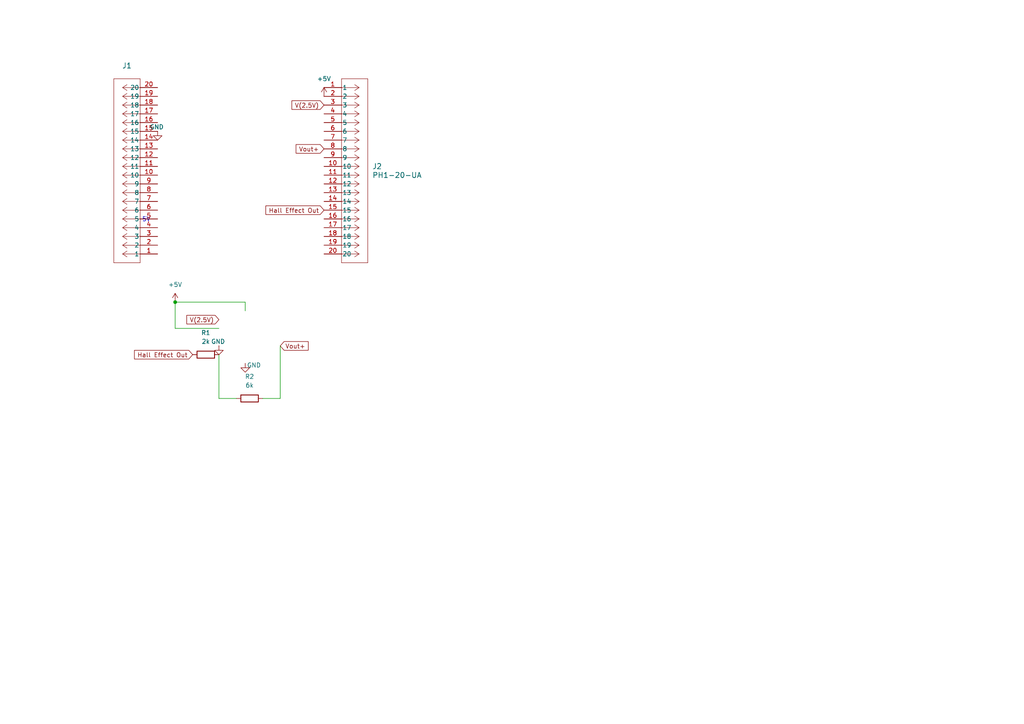
<source format=kicad_sch>
(kicad_sch (version 20250114) (generator "eeschema") (generator_version "9.0")
  (paper "A4")
  (lib_symbols
    (symbol "20 pins:PH1-20-UA" (pin_names (offset 0.254))
      (property "Reference" "J" (at 8.89 6.35 0))
      (property "Value" "PH1-20-UA" (at 0 0 0))
      (symbol "PH1-20-UA_1_1"
        (polyline (pts (xy 5.08 2.54) (xy 5.08 -50.8)) (stroke (width 0.127)))
        (polyline (pts (xy 5.08 -50.8) (xy 12.7 -50.8)) (stroke (width 0.127)))
        (polyline (pts (xy 10.16 0) (xy 5.08 0)) (stroke (width 0.127)))
        (polyline (pts (xy 10.16 0) (xy 8.89 0.8467)) (stroke (width 0.127)))
        (polyline (pts (xy 10.16 0) (xy 8.89 -0.8467)) (stroke (width 0.127)))
        (polyline (pts (xy 10.16 -2.54) (xy 5.08 -2.54)) (stroke (width 0.127)))
        (polyline (pts (xy 10.16 -2.54) (xy 8.89 -1.6933)) (stroke (width 0.127)))
        (polyline (pts (xy 10.16 -2.54) (xy 8.89 -3.3867)) (stroke (width 0.127)))
        (polyline (pts (xy 10.16 -5.08) (xy 5.08 -5.08)) (stroke (width 0.127)))
        (polyline (pts (xy 10.16 -5.08) (xy 8.89 -4.2333)) (stroke (width 0.127)))
        (polyline (pts (xy 10.16 -5.08) (xy 8.89 -5.9267)) (stroke (width 0.127)))
        (polyline (pts (xy 10.16 -7.62) (xy 5.08 -7.62)) (stroke (width 0.127)))
        (polyline (pts (xy 10.16 -7.62) (xy 8.89 -6.7733)) (stroke (width 0.127)))
        (polyline (pts (xy 10.16 -7.62) (xy 8.89 -8.4667)) (stroke (width 0.127)))
        (polyline (pts (xy 10.16 -10.16) (xy 5.08 -10.16)) (stroke (width 0.127)))
        (polyline (pts (xy 10.16 -10.16) (xy 8.89 -9.3133)) (stroke (width 0.127)))
        (polyline (pts (xy 10.16 -10.16) (xy 8.89 -11.0067)) (stroke (width 0.127)))
        (polyline (pts (xy 10.16 -12.7) (xy 5.08 -12.7)) (stroke (width 0.127)))
        (polyline (pts (xy 10.16 -12.7) (xy 8.89 -11.8533)) (stroke (width 0.127)))
        (polyline (pts (xy 10.16 -12.7) (xy 8.89 -13.5467)) (stroke (width 0.127)))
        (polyline (pts (xy 10.16 -15.24) (xy 5.08 -15.24)) (stroke (width 0.127)))
        (polyline (pts (xy 10.16 -15.24) (xy 8.89 -14.3933)) (stroke (width 0.127)))
        (polyline (pts (xy 10.16 -15.24) (xy 8.89 -16.0867)) (stroke (width 0.127)))
        (polyline (pts (xy 10.16 -17.78) (xy 5.08 -17.78)) (stroke (width 0.127)))
        (polyline (pts (xy 10.16 -17.78) (xy 8.89 -16.9333)) (stroke (width 0.127)))
        (polyline (pts (xy 10.16 -17.78) (xy 8.89 -18.6267)) (stroke (width 0.127)))
        (polyline (pts (xy 10.16 -20.32) (xy 5.08 -20.32)) (stroke (width 0.127)))
        (polyline (pts (xy 10.16 -20.32) (xy 8.89 -19.4733)) (stroke (width 0.127)))
        (polyline (pts (xy 10.16 -20.32) (xy 8.89 -21.1667)) (stroke (width 0.127)))
        (polyline (pts (xy 10.16 -22.86) (xy 5.08 -22.86)) (stroke (width 0.127)))
        (polyline (pts (xy 10.16 -22.86) (xy 8.89 -22.0133)) (stroke (width 0.127)))
        (polyline (pts (xy 10.16 -22.86) (xy 8.89 -23.7067)) (stroke (width 0.127)))
        (polyline (pts (xy 10.16 -25.4) (xy 5.08 -25.4)) (stroke (width 0.127)))
        (polyline (pts (xy 10.16 -25.4) (xy 8.89 -24.5533)) (stroke (width 0.127)))
        (polyline (pts (xy 10.16 -25.4) (xy 8.89 -26.2467)) (stroke (width 0.127)))
        (polyline (pts (xy 10.16 -27.94) (xy 5.08 -27.94)) (stroke (width 0.127)))
        (polyline (pts (xy 10.16 -27.94) (xy 8.89 -27.0933)) (stroke (width 0.127)))
        (polyline (pts (xy 10.16 -27.94) (xy 8.89 -28.7867)) (stroke (width 0.127)))
        (polyline (pts (xy 10.16 -30.48) (xy 5.08 -30.48)) (stroke (width 0.127)))
        (polyline (pts (xy 10.16 -30.48) (xy 8.89 -29.6333)) (stroke (width 0.127)))
        (polyline (pts (xy 10.16 -30.48) (xy 8.89 -31.3267)) (stroke (width 0.127)))
        (polyline (pts (xy 10.16 -33.02) (xy 5.08 -33.02)) (stroke (width 0.127)))
        (polyline (pts (xy 10.16 -33.02) (xy 8.89 -32.1733)) (stroke (width 0.127)))
        (polyline (pts (xy 10.16 -33.02) (xy 8.89 -33.8667)) (stroke (width 0.127)))
        (polyline (pts (xy 10.16 -35.56) (xy 5.08 -35.56)) (stroke (width 0.127)))
        (polyline (pts (xy 10.16 -35.56) (xy 8.89 -34.7133)) (stroke (width 0.127)))
        (polyline (pts (xy 10.16 -35.56) (xy 8.89 -36.4067)) (stroke (width 0.127)))
        (polyline (pts (xy 10.16 -38.1) (xy 5.08 -38.1)) (stroke (width 0.127)))
        (polyline (pts (xy 10.16 -38.1) (xy 8.89 -37.2533)) (stroke (width 0.127)))
        (polyline (pts (xy 10.16 -38.1) (xy 8.89 -38.9467)) (stroke (width 0.127)))
        (polyline (pts (xy 10.16 -40.64) (xy 5.08 -40.64)) (stroke (width 0.127)))
        (polyline (pts (xy 10.16 -40.64) (xy 8.89 -39.7933)) (stroke (width 0.127)))
        (polyline (pts (xy 10.16 -40.64) (xy 8.89 -41.4867)) (stroke (width 0.127)))
        (polyline (pts (xy 10.16 -43.18) (xy 5.08 -43.18)) (stroke (width 0.127)))
        (polyline (pts (xy 10.16 -43.18) (xy 8.89 -42.3333)) (stroke (width 0.127)))
        (polyline (pts (xy 10.16 -43.18) (xy 8.89 -44.0267)) (stroke (width 0.127)))
        (polyline (pts (xy 10.16 -45.72) (xy 5.08 -45.72)) (stroke (width 0.127)))
        (polyline (pts (xy 10.16 -45.72) (xy 8.89 -44.8733)) (stroke (width 0.127)))
        (polyline (pts (xy 10.16 -45.72) (xy 8.89 -46.5667)) (stroke (width 0.127)))
        (polyline (pts (xy 10.16 -48.26) (xy 5.08 -48.26)) (stroke (width 0.127)))
        (polyline (pts (xy 10.16 -48.26) (xy 8.89 -47.4133)) (stroke (width 0.127)))
        (polyline (pts (xy 10.16 -48.26) (xy 8.89 -49.1067)) (stroke (width 0.127)))
        (polyline (pts (xy 12.7 2.54) (xy 5.08 2.54)) (stroke (width 0.127)))
        (polyline (pts (xy 12.7 -50.8) (xy 12.7 2.54)) (stroke (width 0.127)))
        (pin unspecified line (at 0 0 0) (length 5.08) (name "1") (number "1"))
        (pin unspecified line (at 0 -2.54 0) (length 5.08) (name "2") (number "2"))
        (pin unspecified line (at 0 -5.08 0) (length 5.08) (name "3") (number "3"))
        (pin unspecified line (at 0 -7.62 0) (length 5.08) (name "4") (number "4"))
        (pin unspecified line (at 0 -10.16 0) (length 5.08) (name "5") (number "5"))
        (pin unspecified line (at 0 -12.7 0) (length 5.08) (name "6") (number "6"))
        (pin unspecified line (at 0 -15.24 0) (length 5.08) (name "7") (number "7"))
        (pin unspecified line (at 0 -17.78 0) (length 5.08) (name "8") (number "8"))
        (pin unspecified line (at 0 -20.32 0) (length 5.08) (name "9") (number "9"))
        (pin unspecified line (at 0 -22.86 0) (length 5.08) (name "10") (number "10"))
        (pin unspecified line (at 0 -25.4 0) (length 5.08) (name "11") (number "11"))
        (pin unspecified line (at 0 -27.94 0) (length 5.08) (name "12") (number "12"))
        (pin unspecified line (at 0 -30.48 0) (length 5.08) (name "13") (number "13"))
        (pin unspecified line (at 0 -33.02 0) (length 5.08) (name "14") (number "14"))
        (pin unspecified line (at 0 -35.56 0) (length 5.08) (name "15") (number "15"))
        (pin unspecified line (at 0 -38.1 0) (length 5.08) (name "16") (number "16"))
        (pin unspecified line (at 0 -40.64 0) (length 5.08) (name "17") (number "17"))
        (pin unspecified line (at 0 -43.18 0) (length 5.08) (name "18") (number "18"))
        (pin unspecified line (at 0 -45.72 0) (length 5.08) (name "19") (number "19"))
        (pin unspecified line (at 0 -48.26 0) (length 5.08) (name "20") (number "20"))
      )
      (symbol "PH1-20-UA_1_2"
        (polyline (pts (xy 5.08 2.54) (xy 5.08 -50.8)) (stroke (width 0.127)))
        (polyline (pts (xy 5.08 -50.8) (xy 12.7 -50.8)) (stroke (width 0.127)))
        (polyline (pts (xy 7.62 0) (xy 5.08 0)) (stroke (width 0.127)))
        (polyline (pts (xy 7.62 0) (xy 8.89 0.8467)) (stroke (width 0.127)))
        (polyline (pts (xy 7.62 0) (xy 8.89 -0.8467)) (stroke (width 0.127)))
        (polyline (pts (xy 7.62 -2.54) (xy 5.08 -2.54)) (stroke (width 0.127)))
        (polyline (pts (xy 7.62 -2.54) (xy 8.89 -1.6933)) (stroke (width 0.127)))
        (polyline (pts (xy 7.62 -2.54) (xy 8.89 -3.3867)) (stroke (width 0.127)))
        (polyline (pts (xy 7.62 -5.08) (xy 5.08 -5.08)) (stroke (width 0.127)))
        (polyline (pts (xy 7.62 -5.08) (xy 8.89 -4.2333)) (stroke (width 0.127)))
        (polyline (pts (xy 7.62 -5.08) (xy 8.89 -5.9267)) (stroke (width 0.127)))
        (polyline (pts (xy 7.62 -7.62) (xy 5.08 -7.62)) (stroke (width 0.127)))
        (polyline (pts (xy 7.62 -7.62) (xy 8.89 -6.7733)) (stroke (width 0.127)))
        (polyline (pts (xy 7.62 -7.62) (xy 8.89 -8.4667)) (stroke (width 0.127)))
        (polyline (pts (xy 7.62 -10.16) (xy 5.08 -10.16)) (stroke (width 0.127)))
        (polyline (pts (xy 7.62 -10.16) (xy 8.89 -9.3133)) (stroke (width 0.127)))
        (polyline (pts (xy 7.62 -10.16) (xy 8.89 -11.0067)) (stroke (width 0.127)))
        (polyline (pts (xy 7.62 -12.7) (xy 5.08 -12.7)) (stroke (width 0.127)))
        (polyline (pts (xy 7.62 -12.7) (xy 8.89 -11.8533)) (stroke (width 0.127)))
        (polyline (pts (xy 7.62 -12.7) (xy 8.89 -13.5467)) (stroke (width 0.127)))
        (polyline (pts (xy 7.62 -15.24) (xy 5.08 -15.24)) (stroke (width 0.127)))
        (polyline (pts (xy 7.62 -15.24) (xy 8.89 -14.3933)) (stroke (width 0.127)))
        (polyline (pts (xy 7.62 -15.24) (xy 8.89 -16.0867)) (stroke (width 0.127)))
        (polyline (pts (xy 7.62 -17.78) (xy 5.08 -17.78)) (stroke (width 0.127)))
        (polyline (pts (xy 7.62 -17.78) (xy 8.89 -16.9333)) (stroke (width 0.127)))
        (polyline (pts (xy 7.62 -17.78) (xy 8.89 -18.6267)) (stroke (width 0.127)))
        (polyline (pts (xy 7.62 -20.32) (xy 5.08 -20.32)) (stroke (width 0.127)))
        (polyline (pts (xy 7.62 -20.32) (xy 8.89 -19.4733)) (stroke (width 0.127)))
        (polyline (pts (xy 7.62 -20.32) (xy 8.89 -21.1667)) (stroke (width 0.127)))
        (polyline (pts (xy 7.62 -22.86) (xy 5.08 -22.86)) (stroke (width 0.127)))
        (polyline (pts (xy 7.62 -22.86) (xy 8.89 -22.0133)) (stroke (width 0.127)))
        (polyline (pts (xy 7.62 -22.86) (xy 8.89 -23.7067)) (stroke (width 0.127)))
        (polyline (pts (xy 7.62 -25.4) (xy 5.08 -25.4)) (stroke (width 0.127)))
        (polyline (pts (xy 7.62 -25.4) (xy 8.89 -24.5533)) (stroke (width 0.127)))
        (polyline (pts (xy 7.62 -25.4) (xy 8.89 -26.2467)) (stroke (width 0.127)))
        (polyline (pts (xy 7.62 -27.94) (xy 5.08 -27.94)) (stroke (width 0.127)))
        (polyline (pts (xy 7.62 -27.94) (xy 8.89 -27.0933)) (stroke (width 0.127)))
        (polyline (pts (xy 7.62 -27.94) (xy 8.89 -28.7867)) (stroke (width 0.127)))
        (polyline (pts (xy 7.62 -30.48) (xy 5.08 -30.48)) (stroke (width 0.127)))
        (polyline (pts (xy 7.62 -30.48) (xy 8.89 -29.6333)) (stroke (width 0.127)))
        (polyline (pts (xy 7.62 -30.48) (xy 8.89 -31.3267)) (stroke (width 0.127)))
        (polyline (pts (xy 7.62 -33.02) (xy 5.08 -33.02)) (stroke (width 0.127)))
        (polyline (pts (xy 7.62 -33.02) (xy 8.89 -32.1733)) (stroke (width 0.127)))
        (polyline (pts (xy 7.62 -33.02) (xy 8.89 -33.8667)) (stroke (width 0.127)))
        (polyline (pts (xy 7.62 -35.56) (xy 5.08 -35.56)) (stroke (width 0.127)))
        (polyline (pts (xy 7.62 -35.56) (xy 8.89 -34.7133)) (stroke (width 0.127)))
        (polyline (pts (xy 7.62 -35.56) (xy 8.89 -36.4067)) (stroke (width 0.127)))
        (polyline (pts (xy 7.62 -38.1) (xy 5.08 -38.1)) (stroke (width 0.127)))
        (polyline (pts (xy 7.62 -38.1) (xy 8.89 -37.2533)) (stroke (width 0.127)))
        (polyline (pts (xy 7.62 -38.1) (xy 8.89 -38.9467)) (stroke (width 0.127)))
        (polyline (pts (xy 7.62 -40.64) (xy 5.08 -40.64)) (stroke (width 0.127)))
        (polyline (pts (xy 7.62 -40.64) (xy 8.89 -39.7933)) (stroke (width 0.127)))
        (polyline (pts (xy 7.62 -40.64) (xy 8.89 -41.4867)) (stroke (width 0.127)))
        (polyline (pts (xy 7.62 -43.18) (xy 5.08 -43.18)) (stroke (width 0.127)))
        (polyline (pts (xy 7.62 -43.18) (xy 8.89 -42.3333)) (stroke (width 0.127)))
        (polyline (pts (xy 7.62 -43.18) (xy 8.89 -44.0267)) (stroke (width 0.127)))
        (polyline (pts (xy 7.62 -45.72) (xy 5.08 -45.72)) (stroke (width 0.127)))
        (polyline (pts (xy 7.62 -45.72) (xy 8.89 -44.8733)) (stroke (width 0.127)))
        (polyline (pts (xy 7.62 -45.72) (xy 8.89 -46.5667)) (stroke (width 0.127)))
        (polyline (pts (xy 7.62 -48.26) (xy 5.08 -48.26)) (stroke (width 0.127)))
        (polyline (pts (xy 7.62 -48.26) (xy 8.89 -47.4133)) (stroke (width 0.127)))
        (polyline (pts (xy 7.62 -48.26) (xy 8.89 -49.1067)) (stroke (width 0.127)))
        (polyline (pts (xy 12.7 2.54) (xy 5.08 2.54)) (stroke (width 0.127)))
        (polyline (pts (xy 12.7 -50.8) (xy 12.7 2.54)) (stroke (width 0.127)))
        (pin unspecified line (at 0 0 0) (length 5.08) (name "1") (number "1"))
        (pin unspecified line (at 0 -2.54 0) (length 5.08) (name "2") (number "2"))
        (pin unspecified line (at 0 -5.08 0) (length 5.08) (name "3") (number "3"))
        (pin unspecified line (at 0 -7.62 0) (length 5.08) (name "4") (number "4"))
        (pin unspecified line (at 0 -10.16 0) (length 5.08) (name "5") (number "5"))
        (pin unspecified line (at 0 -12.7 0) (length 5.08) (name "6") (number "6"))
        (pin unspecified line (at 0 -15.24 0) (length 5.08) (name "7") (number "7"))
        (pin unspecified line (at 0 -17.78 0) (length 5.08) (name "8") (number "8"))
        (pin unspecified line (at 0 -20.32 0) (length 5.08) (name "9") (number "9"))
        (pin unspecified line (at 0 -22.86 0) (length 5.08) (name "10") (number "10"))
        (pin unspecified line (at 0 -25.4 0) (length 5.08) (name "11") (number "11"))
        (pin unspecified line (at 0 -27.94 0) (length 5.08) (name "12") (number "12"))
        (pin unspecified line (at 0 -30.48 0) (length 5.08) (name "13") (number "13"))
        (pin unspecified line (at 0 -33.02 0) (length 5.08) (name "14") (number "14"))
        (pin unspecified line (at 0 -35.56 0) (length 5.08) (name "15") (number "15"))
        (pin unspecified line (at 0 -38.1 0) (length 5.08) (name "16") (number "16"))
        (pin unspecified line (at 0 -40.64 0) (length 5.08) (name "17") (number "17"))
        (pin unspecified line (at 0 -43.18 0) (length 5.08) (name "18") (number "18"))
        (pin unspecified line (at 0 -45.72 0) (length 5.08) (name "19") (number "19"))
        (pin unspecified line (at 0 -48.26 0) (length 5.08) (name "20") (number "20"))
      )
    )
    (symbol "Device:R" (pin_numbers (hide yes)) (pin_names (offset 0))
      (property "Reference" "R" (at 2.032 0 90))
      (property "Value" "R" (at 0 0 90))
      (symbol "R_0_1"
        (rectangle (start -1.016 -2.54) (end 1.016 2.54) (stroke (width 0.254)))
      )
      (symbol "R_1_1"
        (pin passive line (at 0 3.81 270) (length 1.27) (name "~") (number "1"))
        (pin passive line (at 0 -3.81 90) (length 1.27) (name "~") (number "2"))
      )
    )
    (symbol "power:+5V" (power) (pin_numbers (hide yes)) (pin_names (offset 0) (hide yes))
      (property "Value" "+5V" (at 0 3.556 0))
      (symbol "+5V_0_1"
        (polyline (pts (xy -0.762 1.27) (xy 0 2.54)))
        (polyline (pts (xy 0 2.54) (xy 0.762 1.27)))
        (polyline (pts (xy 0 0) (xy 0 2.54)))
      )
      (symbol "+5V_1_1"
        (pin power_in line (at 0 0 90) (length 0) (name "~") (number "1"))
      )
    )
    (symbol "power:GND" (power) (pin_numbers (hide yes)) (pin_names (offset 0) (hide yes))
      (property "Value" "GND" (at 0 -3.81 0))
      (symbol "GND_0_1"
        (polyline (pts (xy 0 0) (xy 0 -1.27) (xy 1.27 -1.27) (xy 0 -2.54) (xy -1.27 -1.27) (xy 0 -1.27)))
      )
      (symbol "GND_1_1"
        (pin power_in line (at 0 0 270) (length 0) (name "~") (number "1"))
      )
    )
  )
  (text "5V" (at 42.418 63.754 0) (effects (font (size 1.27 1.27))))
  (junction (at 50.8 87.63))
  (wire (pts (xy 63.5 115.57) (xy 63.5 102.87)))
  (wire (pts (xy 71.12 90.17) (xy 71.12 87.63)))
  (wire (pts (xy 81.28 100.33) (xy 81.28 115.57)))
  (wire (pts (xy 50.8 87.63) (xy 50.8 95.25)))
  (wire (pts (xy 71.12 87.63) (xy 50.8 87.63)))
  (wire (pts (xy 50.8 95.25) (xy 63.5 95.25)))
  (wire (pts (xy 81.28 115.57) (xy 76.2 115.57)))
  (wire (pts (xy 68.58 115.57) (xy 63.5 115.57)))
  (global_label "V(2.5V)" (shape input) (at 93.98 30.48 180) (property "Intersheetrefs" "${INTERSHEET_REFS}" (effects (hide yes))))
  (global_label "Hall Effect Out" (shape input) (at 93.98 60.96 180) (property "Intersheetrefs" "${INTERSHEET_REFS}" (effects (hide yes))))
  (global_label "Vout+" (shape input) (at 93.98 43.18 180) (property "Intersheetrefs" "${INTERSHEET_REFS}" (effects (hide yes))))
  (global_label "Vout+" (shape input) (at 81.28 100.33 0) (property "Intersheetrefs" "${INTERSHEET_REFS}" (effects (hide yes))))
  (global_label "Hall Effect Out" (shape input) (at 55.88 102.87 180) (property "Intersheetrefs" "${INTERSHEET_REFS}" (effects (hide yes))))
  (global_label "V(2.5V)" (shape input) (at 63.5 92.71 180) (property "Intersheetrefs" "${INTERSHEET_REFS}" (effects (hide yes))))
  (symbol (lib_id "20 pins:PH1-20-UA") (at 45.72 73.66 180) (unit 1)
    (property "Reference" "J1" (at 36.83 19.05 0) (effects (font (size 1.524 1.524))))
    (property "Value" "PH1-20-UA" (effects (hide yes)))
    (property "Footprint" "Connector_PinHeader_2.54mm:PinHeader_1x20_P2.54mm_Vertical" (effects (hide yes)))
    (property "Datasheet" "https://app.adam-tech.com/products/download/data_sheet/201605/ph1-xx-ua-data-sheet.pdf" (effects (hide yes)))
  )
  (symbol (lib_id "power:+5V") (at 50.8 87.63 0) (unit 1)
    (property "Reference" "#PWR02" (effects (hide yes)))
    (property "Value" "+5V" (at 50.8 82.55 0))
    (property "Description" "Power symbol creates a global label with name \"+5V\"" (effects (hide yes)))
  )
  (symbol (lib_id "Device:R") (at 72.39 115.57 90) (unit 1)
    (property "Reference" "R2" (at 72.39 109.22 90))
    (property "Value" "6k" (at 72.39 111.76 90))
    (property "Footprint" "Resistor_THT:R_Axial_DIN0207_L6.3mm_D2.5mm_P10.16mm_Horizontal" (effects (hide yes)))
    (property "Description" "Resistor" (effects (hide yes)))
  )
  (symbol (lib_id "power:GND") (at 45.72 38.1 0) (unit 1)
    (property "Reference" "#PWR01" (effects (hide yes)))
    (property "Value" "GND" (at 45.466 36.83 0))
    (property "Description" "Power symbol creates a global label with name \"GND\" , ground" (effects (hide yes)))
  )
  (symbol (lib_id "Device:R") (at 59.69 102.87 90) (unit 1)
    (property "Reference" "R1" (at 59.69 96.52 90))
    (property "Value" "2k" (at 59.69 99.06 90))
    (property "Footprint" "Resistor_THT:R_Axial_DIN0207_L6.3mm_D2.5mm_P10.16mm_Horizontal" (effects (hide yes)))
    (property "Description" "Resistor" (effects (hide yes)))
  )
  (symbol (lib_id "20 pins:PH1-20-UA") (at 93.98 25.4 0) (unit 1)
    (property "Reference" "J2" (at 107.95 48.2599 0) (effects (font (size 1.524 1.524)) (justify left)))
    (property "Value" "PH1-20-UA" (at 107.95 50.7999 0) (effects (font (size 1.524 1.524)) (justify left)))
    (property "Footprint" "Connector_PinHeader_2.54mm:PinHeader_1x20_P2.54mm_Vertical" (effects (hide yes)))
    (property "Datasheet" "https://app.adam-tech.com/products/download/data_sheet/201605/ph1-xx-ua-data-sheet.pdf" (effects (hide yes)))
  )
  (symbol (lib_id "power:GND") (at 63.5 100.33 0) (unit 1)
    (property "Reference" "#PWR03" (effects (hide yes)))
    (property "Value" "GND" (at 63.246 99.06 0))
    (property "Description" "Power symbol creates a global label with name \"GND\" , ground" (effects (hide yes)))
  )
  (symbol (lib_id "power:GND") (at 71.12 105.41 0) (unit 1)
    (property "Reference" "#PWR04" (effects (hide yes)))
    (property "Value" "GND" (at 73.66 105.918 0))
    (property "Description" "Power symbol creates a global label with name \"GND\" , ground" (effects (hide yes)))
  )
  (symbol (lib_id "power:+5V") (at 93.98 27.94 0) (unit 1)
    (property "Reference" "#PWR05" (effects (hide yes)))
    (property "Value" "+5V" (at 93.98 22.86 0))
    (property "Description" "Power symbol creates a global label with name \"+5V\"" (effects (hide yes)))
  )
)
</source>
